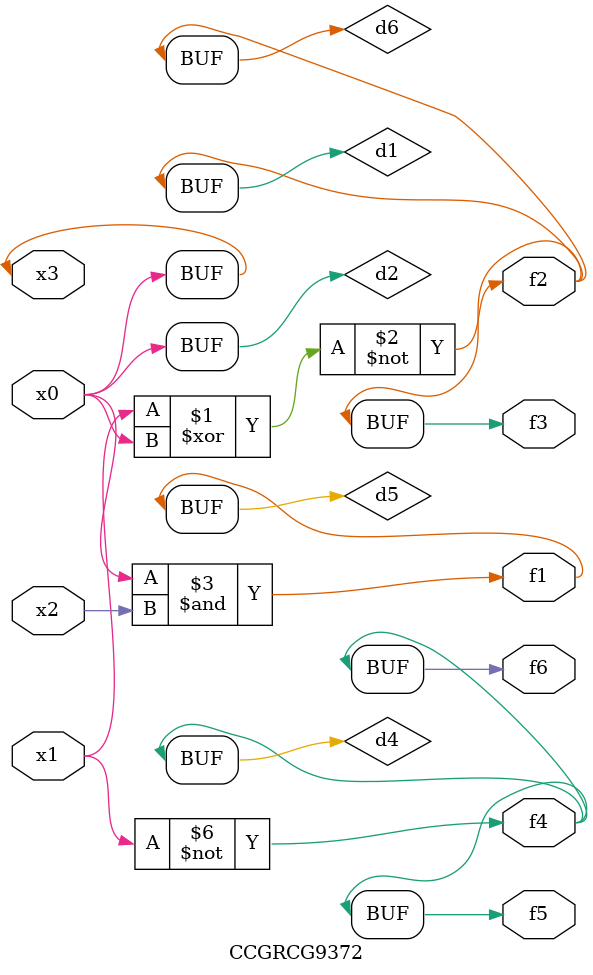
<source format=v>
module CCGRCG9372(
	input x0, x1, x2, x3,
	output f1, f2, f3, f4, f5, f6
);

	wire d1, d2, d3, d4, d5, d6;

	xnor (d1, x1, x3);
	buf (d2, x0, x3);
	nand (d3, x0, x2);
	not (d4, x1);
	nand (d5, d3);
	or (d6, d1);
	assign f1 = d5;
	assign f2 = d6;
	assign f3 = d6;
	assign f4 = d4;
	assign f5 = d4;
	assign f6 = d4;
endmodule

</source>
